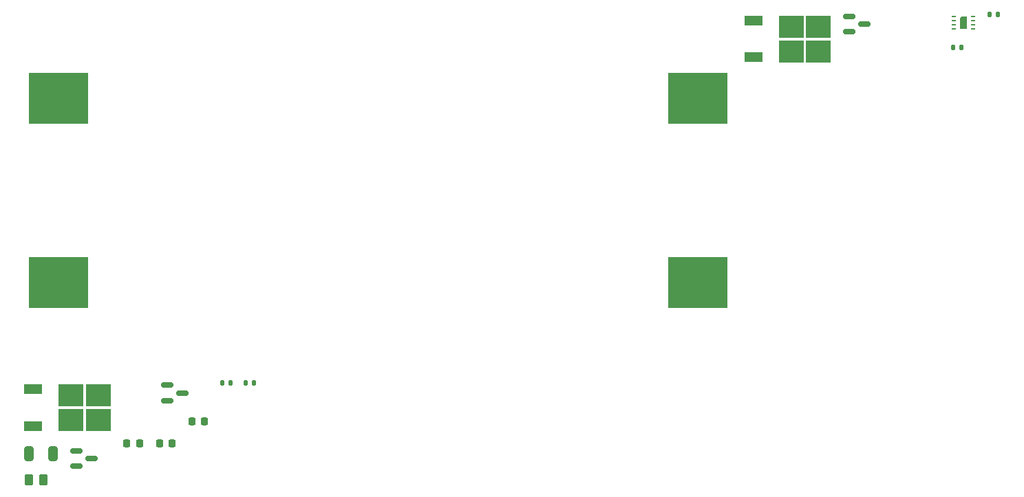
<source format=gbr>
%TF.GenerationSoftware,KiCad,Pcbnew,(6.0.8)*%
%TF.CreationDate,2023-04-17T13:42:39+02:00*%
%TF.ProjectId,Group22_Power,47726f75-7032-4325-9f50-6f7765722e6b,rev?*%
%TF.SameCoordinates,Original*%
%TF.FileFunction,Paste,Top*%
%TF.FilePolarity,Positive*%
%FSLAX46Y46*%
G04 Gerber Fmt 4.6, Leading zero omitted, Abs format (unit mm)*
G04 Created by KiCad (PCBNEW (6.0.8)) date 2023-04-17 13:42:39*
%MOMM*%
%LPD*%
G01*
G04 APERTURE LIST*
G04 Aperture macros list*
%AMRoundRect*
0 Rectangle with rounded corners*
0 $1 Rounding radius*
0 $2 $3 $4 $5 $6 $7 $8 $9 X,Y pos of 4 corners*
0 Add a 4 corners polygon primitive as box body*
4,1,4,$2,$3,$4,$5,$6,$7,$8,$9,$2,$3,0*
0 Add four circle primitives for the rounded corners*
1,1,$1+$1,$2,$3*
1,1,$1+$1,$4,$5*
1,1,$1+$1,$6,$7*
1,1,$1+$1,$8,$9*
0 Add four rect primitives between the rounded corners*
20,1,$1+$1,$2,$3,$4,$5,0*
20,1,$1+$1,$4,$5,$6,$7,0*
20,1,$1+$1,$6,$7,$8,$9,0*
20,1,$1+$1,$8,$9,$2,$3,0*%
%AMFreePoly0*
4,1,6,0.450000,-0.800000,-0.450000,-0.800000,-0.450000,0.530000,-0.180000,0.800000,0.450000,0.800000,0.450000,-0.800000,0.450000,-0.800000,$1*%
G04 Aperture macros list end*
%ADD10FreePoly0,0.000000*%
%ADD11R,0.550000X0.250000*%
%ADD12RoundRect,0.150000X-0.587500X-0.150000X0.587500X-0.150000X0.587500X0.150000X-0.587500X0.150000X0*%
%ADD13R,3.050000X2.750000*%
%ADD14R,2.200000X1.200000*%
%ADD15RoundRect,0.135000X-0.135000X-0.185000X0.135000X-0.185000X0.135000X0.185000X-0.135000X0.185000X0*%
%ADD16RoundRect,0.250000X-0.262500X-0.450000X0.262500X-0.450000X0.262500X0.450000X-0.262500X0.450000X0*%
%ADD17RoundRect,0.250000X-0.325000X-0.650000X0.325000X-0.650000X0.325000X0.650000X-0.325000X0.650000X0*%
%ADD18RoundRect,0.225000X-0.225000X-0.250000X0.225000X-0.250000X0.225000X0.250000X-0.225000X0.250000X0*%
%ADD19R,7.340000X6.350000*%
G04 APERTURE END LIST*
D10*
%TO.C,U4*%
X197265000Y-64420000D03*
D11*
X196090000Y-63670000D03*
X196090000Y-64170000D03*
X196090000Y-64670000D03*
X196090000Y-65170000D03*
X198440000Y-65170000D03*
X198440000Y-64670000D03*
X198440000Y-64170000D03*
X198440000Y-63670000D03*
%TD*%
D12*
%TO.C,U3*%
X99247500Y-109090000D03*
X99247500Y-110990000D03*
X101122500Y-110040000D03*
%TD*%
%TO.C,U2*%
X183217500Y-63670000D03*
X183217500Y-65570000D03*
X185092500Y-64620000D03*
%TD*%
D13*
%TO.C,U1*%
X176060000Y-64895000D03*
X176060000Y-67945000D03*
X179410000Y-64895000D03*
X179410000Y-67945000D03*
D14*
X171435000Y-64140000D03*
X171435000Y-68700000D03*
%TD*%
D15*
%TO.C,R5*%
X200435000Y-63390000D03*
X201455000Y-63390000D03*
%TD*%
%TO.C,R4*%
X195985000Y-67440000D03*
X197005000Y-67440000D03*
%TD*%
D16*
%TO.C,R3*%
X82232500Y-120690000D03*
X84057500Y-120690000D03*
%TD*%
D15*
%TO.C,R2*%
X106065000Y-108810000D03*
X107085000Y-108810000D03*
%TD*%
%TO.C,R1*%
X108975000Y-108810000D03*
X109995000Y-108810000D03*
%TD*%
D13*
%TO.C,Q2*%
X87440000Y-110315000D03*
X87440000Y-113365000D03*
X90790000Y-110315000D03*
X90790000Y-113365000D03*
D14*
X82815000Y-109560000D03*
X82815000Y-114120000D03*
%TD*%
D12*
%TO.C,Q1*%
X88097500Y-117140000D03*
X88097500Y-119040000D03*
X89972500Y-118090000D03*
%TD*%
D17*
%TO.C,C4*%
X82290000Y-117540000D03*
X85240000Y-117540000D03*
%TD*%
D18*
%TO.C,C3*%
X102340000Y-113520000D03*
X103890000Y-113520000D03*
%TD*%
%TO.C,C2*%
X94320000Y-116270000D03*
X95870000Y-116270000D03*
%TD*%
%TO.C,C1*%
X98330000Y-116270000D03*
X99880000Y-116270000D03*
%TD*%
D19*
%TO.C,BT2*%
X85920000Y-96460000D03*
X164580000Y-96460000D03*
%TD*%
%TO.C,BT1*%
X85920000Y-73750000D03*
X164580000Y-73750000D03*
%TD*%
M02*

</source>
